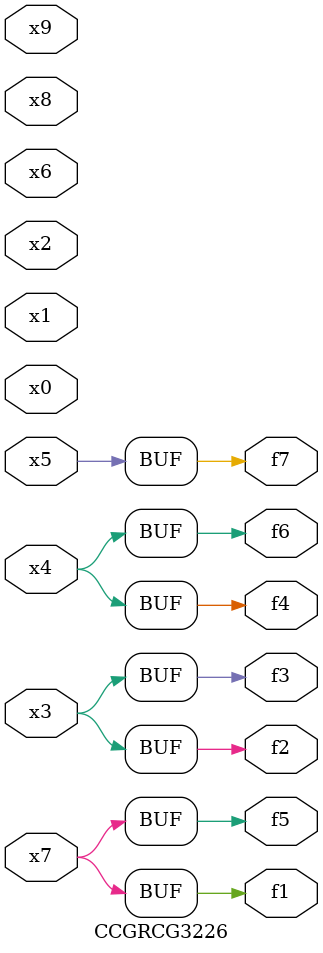
<source format=v>
module CCGRCG3226(
	input x0, x1, x2, x3, x4, x5, x6, x7, x8, x9,
	output f1, f2, f3, f4, f5, f6, f7
);
	assign f1 = x7;
	assign f2 = x3;
	assign f3 = x3;
	assign f4 = x4;
	assign f5 = x7;
	assign f6 = x4;
	assign f7 = x5;
endmodule

</source>
